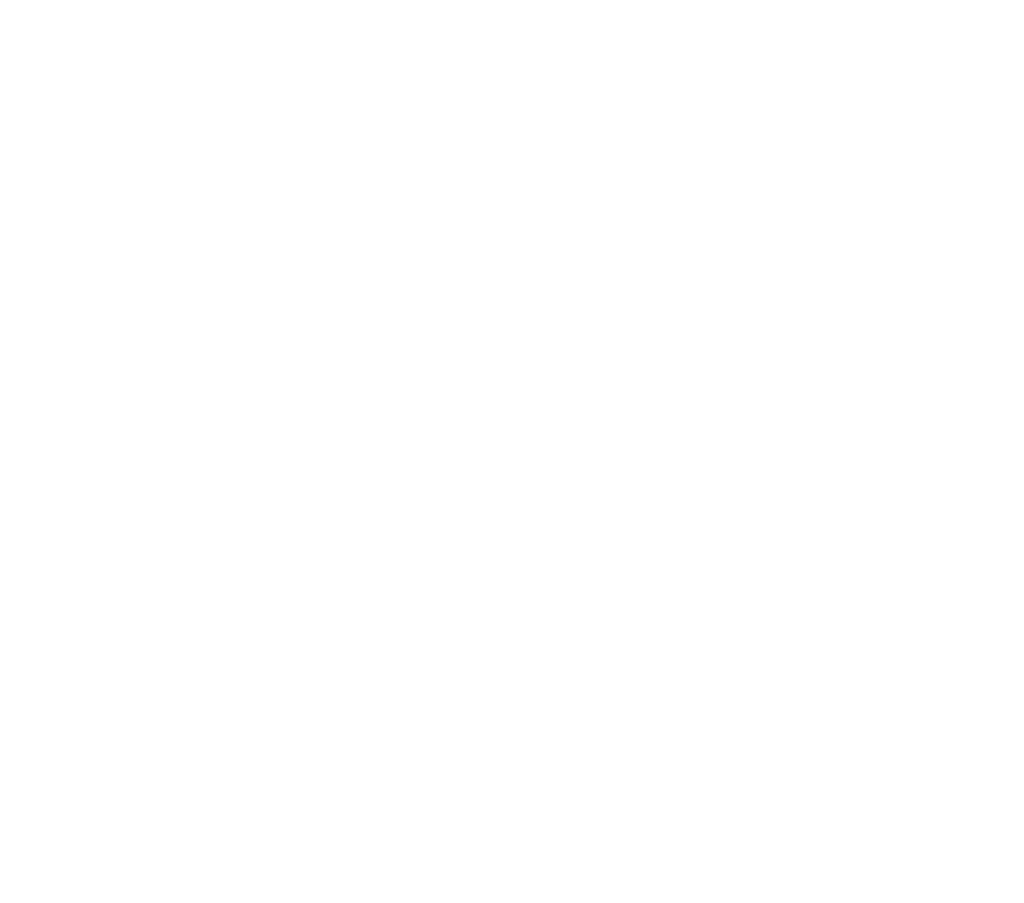
<source format=kicad_sch>
(kicad_sch
	(version 20231120)
	(generator "eeschema")
	(generator_version "8.0")
	(uuid "15e69f41-b564-4988-ac06-e73d7e5fb1c1")
	(paper "User" 431.8 381)
	(lib_symbols)
)

</source>
